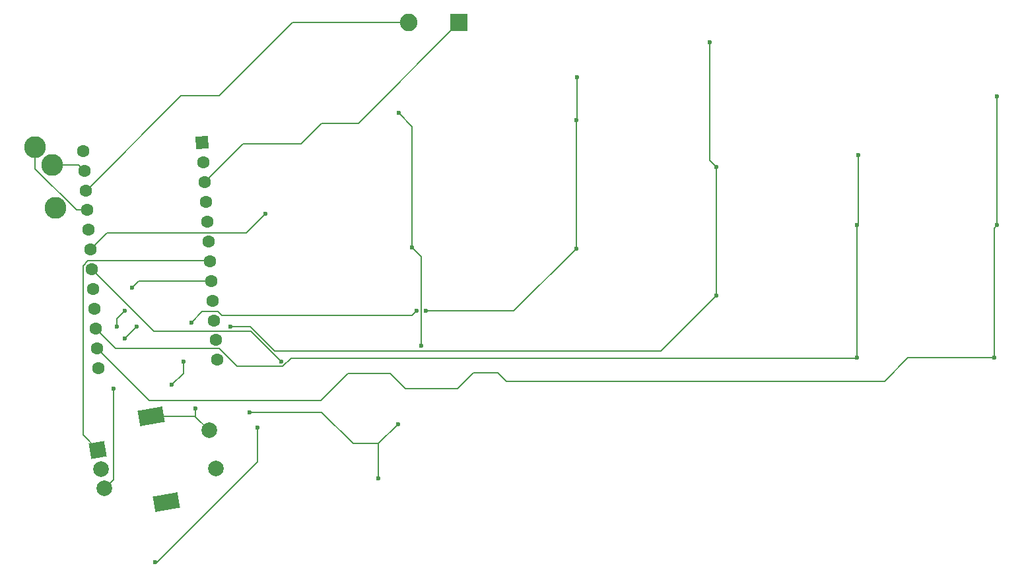
<source format=gbr>
%TF.GenerationSoftware,KiCad,Pcbnew,9.0.6-1.fc43*%
%TF.CreationDate,2026-01-15T13:14:43-05:00*%
%TF.ProjectId,Right,52696768-742e-46b6-9963-61645f706362,rev?*%
%TF.SameCoordinates,Original*%
%TF.FileFunction,Copper,L1,Top*%
%TF.FilePolarity,Positive*%
%FSLAX46Y46*%
G04 Gerber Fmt 4.6, Leading zero omitted, Abs format (unit mm)*
G04 Created by KiCad (PCBNEW 9.0.6-1.fc43) date 2026-01-15 13:14:43*
%MOMM*%
%LPD*%
G01*
G04 APERTURE LIST*
G04 Aperture macros list*
%AMHorizOval*
0 Thick line with rounded ends*
0 $1 width*
0 $2 $3 position (X,Y) of the first rounded end (center of the circle)*
0 $4 $5 position (X,Y) of the second rounded end (center of the circle)*
0 Add line between two ends*
20,1,$1,$2,$3,$4,$5,0*
0 Add two circle primitives to create the rounded ends*
1,1,$1,$2,$3*
1,1,$1,$4,$5*%
%AMRotRect*
0 Rectangle, with rotation*
0 The origin of the aperture is its center*
0 $1 length*
0 $2 width*
0 $3 Rotation angle, in degrees counterclockwise*
0 Add horizontal line*
21,1,$1,$2,0,0,$3*%
G04 Aperture macros list end*
%TA.AperFunction,ComponentPad*%
%ADD10C,2.800000*%
%TD*%
%TA.AperFunction,ComponentPad*%
%ADD11RotRect,2.000000X2.000000X10.000000*%
%TD*%
%TA.AperFunction,ComponentPad*%
%ADD12C,2.000000*%
%TD*%
%TA.AperFunction,ComponentPad*%
%ADD13RotRect,3.200000X2.000000X10.000000*%
%TD*%
%TA.AperFunction,ComponentPad*%
%ADD14RotRect,1.600000X1.600000X4.000000*%
%TD*%
%TA.AperFunction,ComponentPad*%
%ADD15HorizOval,1.600000X0.000000X0.000000X0.000000X0.000000X0*%
%TD*%
%TA.AperFunction,ComponentPad*%
%ADD16R,2.250000X2.250000*%
%TD*%
%TA.AperFunction,ComponentPad*%
%ADD17C,2.250000*%
%TD*%
%TA.AperFunction,ViaPad*%
%ADD18C,0.600000*%
%TD*%
%TA.AperFunction,Conductor*%
%ADD19C,0.200000*%
%TD*%
G04 APERTURE END LIST*
D10*
%TO.P,J1,R*%
%TO.N,Serial*%
X101546203Y-84241244D03*
%TO.P,J1,S*%
%TO.N,VCC*%
X99000000Y-76500000D03*
%TO.P,J1,T*%
%TO.N,GND*%
X101162543Y-78754641D03*
%TD*%
D11*
%TO.P,SW1,A,A*%
%TO.N,Net-(U1-4{slash}PD4)*%
X107021771Y-115340340D03*
D12*
%TO.P,SW1,B,B*%
%TO.N,Net-(U1-5{slash}PC6)*%
X107890008Y-120264380D03*
%TO.P,SW1,C,C*%
%TO.N,GND*%
X107455890Y-117802361D03*
D13*
%TO.P,SW1,MP,MP*%
X113869517Y-110985076D03*
X115814378Y-122014923D03*
D12*
%TO.P,SW1,S1,S1*%
%TO.N,Net-(U1-A3{slash}PF4)*%
X122169723Y-117746483D03*
%TO.P,SW1,S2,S2*%
%TO.N,GND*%
X121301483Y-112822444D03*
%TD*%
D14*
%TO.P,U1,1,TX0/PD3*%
%TO.N,Serial*%
X120350000Y-75898562D03*
D15*
%TO.P,U1,2,RX1/PD2*%
%TO.N,unconnected-(U1-RX1{slash}PD2-Pad2)*%
X120527181Y-78432375D03*
%TO.P,U1,3,GND*%
%TO.N,GND*%
X120704362Y-80966186D03*
%TO.P,U1,4,GND*%
X120881543Y-83500000D03*
%TO.P,U1,5,2/PD1*%
%TO.N,unconnected-(U1-2{slash}PD1-Pad5)*%
X121058726Y-86033812D03*
%TO.P,U1,6,3/PD0*%
%TO.N,unconnected-(U1-3{slash}PD0-Pad6)*%
X121235906Y-88567624D03*
%TO.P,U1,7,4/PD4*%
%TO.N,Net-(U1-4{slash}PD4)*%
X121413087Y-91101439D03*
%TO.P,U1,8,5/PC6*%
%TO.N,Net-(U1-5{slash}PC6)*%
X121590269Y-93635251D03*
%TO.P,U1,9,6/PD7*%
%TO.N,5 Column*%
X121767452Y-96169063D03*
%TO.P,U1,10,7/PE6*%
%TO.N,4 Column*%
X121944633Y-98702876D03*
%TO.P,U1,11,8/PB4*%
%TO.N,3 Column*%
X122121814Y-101236689D03*
%TO.P,U1,12,9/PB5*%
%TO.N,2 Column*%
X122298995Y-103770500D03*
%TO.P,U1,13,10/PB6*%
%TO.N,unconnected-(U1-10{slash}PB6-Pad13)*%
X107096119Y-104833590D03*
%TO.P,U1,14,16/PB2*%
%TO.N,0 Column*%
X106918937Y-102299777D03*
%TO.P,U1,15,14/PB3*%
%TO.N,1 Column*%
X106741757Y-99765965D03*
%TO.P,U1,16,15/PB1*%
%TO.N,3 Row*%
X106564575Y-97232152D03*
%TO.P,U1,17,A0/PF7*%
%TO.N,2 Row*%
X106387395Y-94698339D03*
%TO.P,U1,18,A1/PF6*%
%TO.N,1 Row*%
X106210211Y-92164526D03*
%TO.P,U1,19,A2/PF5*%
%TO.N,0 Row*%
X106033029Y-89630714D03*
%TO.P,U1,20,A3/PF4*%
%TO.N,Net-(U1-A3{slash}PF4)*%
X105855849Y-87096901D03*
%TO.P,U1,21,VCC*%
%TO.N,VCC*%
X105678667Y-84563088D03*
%TO.P,U1,22,RST*%
%TO.N,RST*%
X105501487Y-82029276D03*
%TO.P,U1,23,GND*%
%TO.N,GND*%
X105324305Y-79495463D03*
%TO.P,U1,24,RAW*%
%TO.N,unconnected-(U1-RAW-Pad24)*%
X105147123Y-76961651D03*
%TD*%
D16*
%TO.P,SW2,1,1*%
%TO.N,GND*%
X153350000Y-60500000D03*
D17*
%TO.P,SW2,2,2*%
%TO.N,RST*%
X146850000Y-60500000D03*
%TD*%
D18*
%TO.N,0 Row*%
X128500000Y-85000000D03*
%TO.N,1 Row*%
X130500000Y-104000000D03*
%TO.N,0 Column*%
X222350000Y-70000000D03*
X222000000Y-103500000D03*
X222350000Y-86500000D03*
%TO.N,1 Column*%
X204500000Y-77500000D03*
X204350000Y-86500000D03*
X204350000Y-103500000D03*
%TO.N,2 Column*%
X186350000Y-95500000D03*
X124000000Y-99500000D03*
X185500000Y-63000000D03*
X186350000Y-79000000D03*
%TO.N,3 Column*%
X147900000Y-97500000D03*
X149100000Y-97500000D03*
X168350000Y-73000000D03*
X168500000Y-67500000D03*
X119000000Y-99000000D03*
X168350000Y-89500000D03*
%TO.N,4 Column*%
X143000000Y-119000000D03*
X147319457Y-89348521D03*
X145500000Y-112000000D03*
X145584347Y-72115084D03*
X126500000Y-110500000D03*
X148500000Y-102000000D03*
%TO.N,5 Column*%
X114361288Y-129698922D03*
X127500000Y-112500000D03*
%TO.N,GND*%
X118000000Y-104000000D03*
X119500000Y-110000000D03*
X116500000Y-107000000D03*
%TO.N,Net-(U1-5{slash}PC6)*%
X109500000Y-99500000D03*
X110500000Y-97500000D03*
X111418793Y-94500000D03*
X109000000Y-107500000D03*
%TO.N,Net-(U1-A3{slash}PF4)*%
X110500000Y-101000000D03*
X112018793Y-99481207D03*
%TD*%
D19*
%TO.N,0 Row*%
X126033376Y-87466624D02*
X108197119Y-87466624D01*
X128500000Y-85000000D02*
X126033376Y-87466624D01*
X108197119Y-87466624D02*
X106033029Y-89630714D01*
%TO.N,1 Row*%
X130500000Y-104000000D02*
X126635689Y-100135689D01*
X126635689Y-100135689D02*
X114181374Y-100135689D01*
X114181374Y-100135689D02*
X106210211Y-92164526D01*
%TO.N,0 Column*%
X113638254Y-109019094D02*
X106918937Y-102299777D01*
X135591917Y-109019094D02*
X113638254Y-109019094D01*
X210914093Y-103500000D02*
X207914093Y-106500000D01*
X153112846Y-107498451D02*
X146498451Y-107498451D01*
X159374163Y-106500000D02*
X158276846Y-105402683D01*
X144500000Y-105500000D02*
X139111011Y-105500000D01*
X155208614Y-105402683D02*
X153112846Y-107498451D01*
X222350000Y-86500000D02*
X222350000Y-70000000D01*
X158276846Y-105402683D02*
X155208614Y-105402683D01*
X222000000Y-103500000D02*
X222000000Y-86850000D01*
X139111011Y-105500000D02*
X135591917Y-109019094D01*
X207914093Y-106500000D02*
X159374163Y-106500000D01*
X222000000Y-86850000D02*
X222350000Y-86500000D01*
X222000000Y-103500000D02*
X210914093Y-103500000D01*
X146498451Y-107498451D02*
X144500000Y-105500000D01*
%TO.N,1 Column*%
X109313481Y-102337689D02*
X106741757Y-99765965D01*
X204350000Y-103500000D02*
X204274000Y-103576000D01*
X122577864Y-102337689D02*
X109313481Y-102337689D01*
X130748943Y-104601000D02*
X124841175Y-104601000D01*
X204500000Y-77500000D02*
X204500000Y-86350000D01*
X204274000Y-103576000D02*
X131773943Y-103576000D01*
X204350000Y-86500000D02*
X204350000Y-103500000D01*
X204500000Y-86350000D02*
X204350000Y-86500000D01*
X131773943Y-103576000D02*
X130748943Y-104601000D01*
X124841175Y-104601000D02*
X122577864Y-102337689D01*
%TO.N,2 Column*%
X185500000Y-78150000D02*
X186350000Y-79000000D01*
X129668100Y-102601000D02*
X126567100Y-99500000D01*
X185500000Y-63000000D02*
X185500000Y-78150000D01*
X186350000Y-95500000D02*
X179249000Y-102601000D01*
X186350000Y-79000000D02*
X186350000Y-95500000D01*
X179249000Y-102601000D02*
X129668100Y-102601000D01*
X126567100Y-99500000D02*
X124000000Y-99500000D01*
%TO.N,3 Column*%
X160350000Y-97500000D02*
X149100000Y-97500000D01*
X122400683Y-97601876D02*
X120398124Y-97601876D01*
X147303357Y-98096643D02*
X122895450Y-98096643D01*
X168350000Y-89500000D02*
X160350000Y-97500000D01*
X168500000Y-67500000D02*
X168500000Y-72850000D01*
X120398124Y-97601876D02*
X119000000Y-99000000D01*
X168500000Y-72850000D02*
X168350000Y-73000000D01*
X147900000Y-97500000D02*
X147303357Y-98096643D01*
X122895450Y-98096643D02*
X122400683Y-97601876D01*
X168350000Y-73000000D02*
X168350000Y-89500000D01*
%TO.N,4 Column*%
X143000000Y-114500000D02*
X139744335Y-114500000D01*
X148500000Y-90529064D02*
X147319457Y-89348521D01*
X135744335Y-110500000D02*
X126500000Y-110500000D01*
X147319457Y-89348521D02*
X147319457Y-73850194D01*
X139744335Y-114500000D02*
X135744335Y-110500000D01*
X143000000Y-114500000D02*
X145500000Y-112000000D01*
X147319457Y-73850194D02*
X145584347Y-72115084D01*
X148500000Y-102000000D02*
X148500000Y-90529064D01*
X143000000Y-119000000D02*
X143000000Y-114500000D01*
%TO.N,5 Column*%
X114663123Y-129698922D02*
X114361288Y-129698922D01*
X127500000Y-112500000D02*
X127500000Y-116862045D01*
X127500000Y-116862045D02*
X114663123Y-129698922D01*
%TO.N,GND*%
X101162543Y-78754641D02*
X104583483Y-78754641D01*
X120704362Y-80966186D02*
X125614800Y-76055748D01*
X133069651Y-76055748D02*
X135722716Y-73402683D01*
X135722716Y-73402683D02*
X140447317Y-73402683D01*
X119464115Y-110985076D02*
X113869517Y-110985076D01*
X118000000Y-105500000D02*
X118000000Y-104000000D01*
X140447317Y-73402683D02*
X153350000Y-60500000D01*
X125614800Y-76055748D02*
X133069651Y-76055748D01*
X104583483Y-78754641D02*
X105324305Y-79495463D01*
X121301483Y-112822444D02*
X119464115Y-110985076D01*
X119500000Y-110949191D02*
X119500000Y-110000000D01*
X119464115Y-110985076D02*
X119500000Y-110949191D01*
X116500000Y-107000000D02*
X118000000Y-105500000D01*
%TO.N,Net-(U1-5{slash}PC6)*%
X109500000Y-98500000D02*
X110500000Y-97500000D01*
X112283542Y-93635251D02*
X121590269Y-93635251D01*
X107890008Y-120264380D02*
X109000000Y-119154388D01*
X111418793Y-94500000D02*
X112283542Y-93635251D01*
X109500000Y-99500000D02*
X109500000Y-98500000D01*
X109000000Y-119154388D02*
X109000000Y-107500000D01*
%TO.N,Net-(U1-A3{slash}PF4)*%
X112018793Y-99481207D02*
X110500000Y-101000000D01*
%TO.N,Net-(U1-4{slash}PD4)*%
X105109211Y-113427780D02*
X105109211Y-91708476D01*
X107021771Y-115340340D02*
X105109211Y-113427780D01*
X105109211Y-91708476D02*
X105754161Y-91063526D01*
X121375174Y-91063526D02*
X121413087Y-91101439D01*
X105754161Y-91063526D02*
X121375174Y-91063526D01*
%TO.N,RST*%
X105550204Y-82029276D02*
X117681076Y-69898404D01*
X122601596Y-69898404D02*
X132000000Y-60500000D01*
X105501487Y-82029276D02*
X105550204Y-82029276D01*
X132000000Y-60500000D02*
X146850000Y-60500000D01*
X117681076Y-69898404D02*
X122601596Y-69898404D01*
%TO.N,VCC*%
X99000000Y-79289463D02*
X104273625Y-84563088D01*
X104273625Y-84563088D02*
X105678667Y-84563088D01*
X99000000Y-76500000D02*
X99000000Y-79289463D01*
%TD*%
M02*

</source>
